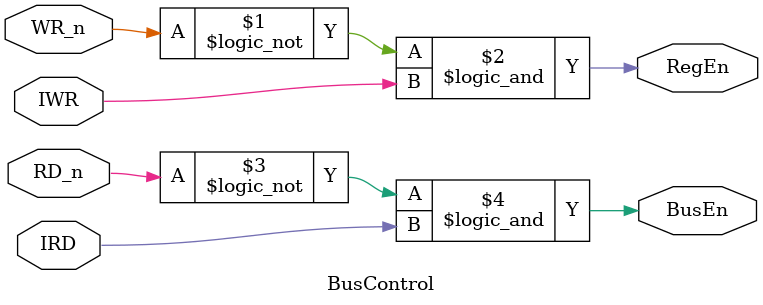
<source format=v>

module BusControl (
    input wire WR_n,     // Señal de escritura (activo bajo)
    input wire RD_n,     // Señal de lectura (activo bajo)
    input wire IWR,      // Control escritura interno
    input wire IRD,      // Control lectura interno
    output wire RegEn,   // Enable para registro
    output wire BusEn    // Enable para buffer tri-state
);
    // Habilitar registro solo cuando escritura externa activa y control interno activo
    assign RegEn = (!WR_n && IWR);

    // Habilitar bus solo cuando lectura externa activa y control interno activo
    assign BusEn = (!RD_n && IRD);

endmodule

</source>
